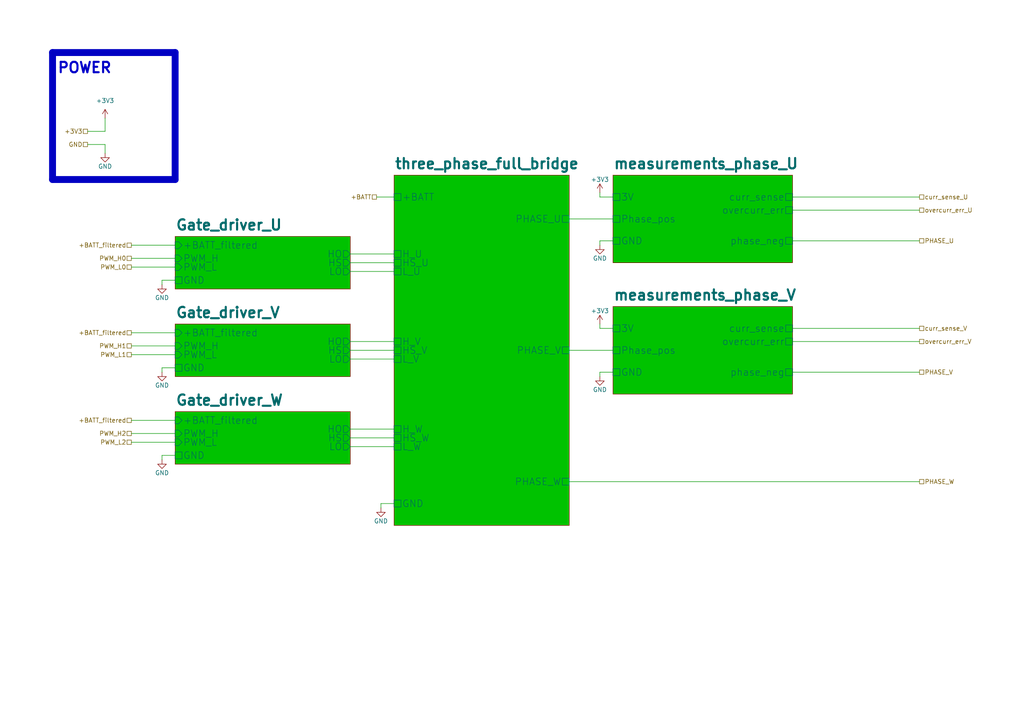
<source format=kicad_sch>
(kicad_sch (version 20211123) (generator eeschema)
  (paper "A4")
  (title_block (title "Powerstage") (date "2022-08-13") (rev "1"))
  (lib_symbols
    (symbol "power:+3V3" (power) (pin_names (offset 0))
      (property "Value" "+3V3" (at 0 3.556 0))
      (symbol "+3V3_0_1"
        (polyline (pts (xy -0.762 1.27) (xy 0 2.54)))
        (polyline (pts (xy 0 0) (xy 0 2.54)))
        (polyline (pts (xy 0 2.54) (xy 0.762 1.27)))
      )
      (symbol "+3V3_1_1"
        (pin power_in line (at 0 0 90) (length 0) hide (name "+3V3") (number "1"))
      )
    )
    (symbol "power:GND" (power) (pin_names (offset 0))
      (property "Value" "GND" (at 0 -3.81 0))
      (symbol "GND_0_1"
        (polyline (pts (xy 0 0) (xy 0 -1.27) (xy 1.27 -1.27) (xy 0 -2.54) (xy -1.27 -1.27) (xy 0 -1.27)))
      )
      (symbol "GND_1_1"
        (pin power_in line (at 0 0 270) (length 0) hide (name "GND") (number "1"))
      )
    )
  )
  (wire (pts (xy 30.48 44.45) (xy 30.48 41.91)))
  (wire (pts (xy 38.1 121.92) (xy 50.8 121.92)))
  (wire (pts (xy 101.6 73.66) (xy 114.3 73.66)))
  (wire (pts (xy 46.99 132.08) (xy 46.99 133.35)))
  (wire (pts (xy 173.99 95.25) (xy 177.8 95.25)))
  (wire (pts (xy 177.8 69.85) (xy 173.99 69.85)))
  (wire (pts (xy 110.49 146.05) (xy 110.49 147.32)))
  (wire (pts (xy 101.6 129.54) (xy 114.3 129.54)))
  (wire (pts (xy 173.99 55.88) (xy 173.99 57.15)))
  (wire (pts (xy 38.1 71.12) (xy 50.8 71.12)))
  (wire (pts (xy 38.1 74.93) (xy 50.8 74.93)))
  (wire (pts (xy 101.6 101.6) (xy 114.3 101.6)))
  (wire (pts (xy 177.8 107.95) (xy 173.99 107.95)))
  (wire (pts (xy 46.99 132.08) (xy 50.8 132.08)))
  (wire (pts (xy 101.6 127) (xy 114.3 127)))
  (polyline (pts (xy 15.24 15.24) (xy 15.24 52.07)) (stroke (width 2) (type solid)))
  (wire (pts (xy 173.99 107.95) (xy 173.99 109.22)))
  (wire (pts (xy 101.6 124.46) (xy 114.3 124.46)))
  (wire (pts (xy 229.87 57.15) (xy 266.7 57.15)))
  (wire (pts (xy 165.1 101.6) (xy 177.8 101.6)))
  (polyline (pts (xy 15.24 15.24) (xy 50.8 15.24)) (stroke (width 2) (type solid)))
  (wire (pts (xy 38.1 100.33) (xy 50.8 100.33)))
  (wire (pts (xy 101.6 104.14) (xy 114.3 104.14)))
  (wire (pts (xy 38.1 102.87) (xy 50.8 102.87)))
  (wire (pts (xy 30.48 38.1) (xy 30.48 34.29)))
  (wire (pts (xy 109.22 57.15) (xy 114.3 57.15)))
  (wire (pts (xy 46.99 106.68) (xy 46.99 107.95)))
  (wire (pts (xy 229.87 107.95) (xy 266.7 107.95)))
  (wire (pts (xy 229.87 95.25) (xy 266.7 95.25)))
  (wire (pts (xy 38.1 96.52) (xy 50.8 96.52)))
  (wire (pts (xy 38.1 77.47) (xy 50.8 77.47)))
  (polyline (pts (xy 15.24 52.07) (xy 50.8 52.07)) (stroke (width 2) (type solid)))
  (wire (pts (xy 173.99 93.98) (xy 173.99 95.25)))
  (polyline (pts (xy 50.8 52.07) (xy 50.8 15.24)) (stroke (width 2) (type solid)))
  (wire (pts (xy 173.99 57.15) (xy 177.8 57.15)))
  (wire (pts (xy 38.1 128.27) (xy 50.8 128.27)))
  (wire (pts (xy 30.48 41.91) (xy 25.4 41.91)))
  (wire (pts (xy 173.99 69.85) (xy 173.99 71.12)))
  (wire (pts (xy 114.3 146.05) (xy 110.49 146.05)))
  (wire (pts (xy 50.8 81.28) (xy 46.99 81.28)))
  (wire (pts (xy 101.6 76.2) (xy 114.3 76.2)))
  (wire (pts (xy 25.4 38.1) (xy 30.48 38.1)))
  (wire (pts (xy 229.87 60.96) (xy 266.7 60.96)))
  (wire (pts (xy 165.1 63.5) (xy 177.8 63.5)))
  (wire (pts (xy 229.87 99.06) (xy 266.7 99.06)))
  (wire (pts (xy 38.1 125.73) (xy 50.8 125.73)))
  (wire (pts (xy 46.99 106.68) (xy 50.8 106.68)))
  (wire (pts (xy 101.6 78.74) (xy 114.3 78.74)))
  (wire (pts (xy 165.1 139.7) (xy 266.7 139.7)))
  (wire (pts (xy 229.87 69.85) (xy 266.7 69.85)))
  (wire (pts (xy 46.99 81.28) (xy 46.99 82.55)))
  (wire (pts (xy 101.6 99.06) (xy 114.3 99.06)))
  (text "POWER" (at 16.51 21.59 0) (effects (font (size 3 3) bold) (justify left bottom)))
  (hierarchical_label "+3V3" (shape passive) (at 25.4 38.1 180))
  (hierarchical_label "PHASE_V" (shape passive) (at 266.7 107.95 0))
  (hierarchical_label "+BATT_filtered" (shape passive) (at 38.1 96.52 180))
  (hierarchical_label "PWM_H0" (shape passive) (at 38.1 74.93 180))
  (hierarchical_label "PWM_H2" (shape passive) (at 38.1 125.73 180))
  (hierarchical_label "PHASE_W" (shape passive) (at 266.7 139.7 0))
  (hierarchical_label "curr_sense_V" (shape passive) (at 266.7 95.25 0))
  (hierarchical_label "overcurr_err_V" (shape passive) (at 266.7 99.06 0))
  (hierarchical_label "PWM_L1" (shape passive) (at 38.1 102.87 180))
  (hierarchical_label "PWM_L0" (shape passive) (at 38.1 77.47 180))
  (hierarchical_label "PWM_L2" (shape passive) (at 38.1 128.27 180))
  (hierarchical_label "+BATT_filtered" (shape passive) (at 38.1 121.92 180))
  (hierarchical_label "curr_sense_U" (shape passive) (at 266.7 57.15 0))
  (hierarchical_label "+BATT_filtered" (shape passive) (at 38.1 71.12 180))
  (hierarchical_label "overcurr_err_U" (shape passive) (at 266.7 60.96 0))
  (hierarchical_label "GND" (shape passive) (at 25.4 41.91 180))
  (hierarchical_label "PHASE_U" (shape passive) (at 266.7 69.85 0))
  (hierarchical_label "+BATT" (shape passive) (at 109.22 57.15 180))
  (hierarchical_label "PWM_H1" (shape passive) (at 38.1 100.33 180))
  (symbol (lib_id "power:GND") (at 46.99 133.35 0) (unit 1)
    (property "Reference" "#PWR063" (effects hide))
    (property "Value" "GND" (at 46.99 137.16 0))
  )
  (symbol (lib_id "power:GND") (at 173.99 71.12 0) (unit 1)
    (property "Reference" "#PWR067" (effects hide))
    (property "Value" "GND" (at 173.99 74.93 0))
  )
  (symbol (lib_id "power:+3V3") (at 30.48 34.29 0) (unit 1)
    (property "Reference" "#PWR029" (effects hide))
    (property "Value" "+3V3" (at 30.48 29.21 0))
  )
  (symbol (lib_id "power:GND") (at 110.49 147.32 0) (unit 1)
    (property "Reference" "#PWR065" (effects hide))
    (property "Value" "GND" (at 110.49 151.13 0))
  )
  (symbol (lib_id "power:GND") (at 46.99 82.55 0) (unit 1)
    (property "Reference" "#PWR059" (effects hide))
    (property "Value" "GND" (at 46.99 86.36 0))
  )
  (symbol (lib_id "power:+3V3") (at 173.99 93.98 0) (unit 1)
    (property "Reference" "#PWR068" (effects hide))
    (property "Value" "+3V3" (at 173.99 90.17 0))
  )
  (symbol (lib_id "power:GND") (at 173.99 109.22 0) (unit 1)
    (property "Reference" "#PWR069" (effects hide))
    (property "Value" "GND" (at 173.99 113.03 0))
  )
  (symbol (lib_id "power:GND") (at 46.99 107.95 0) (unit 1)
    (property "Reference" "#PWR061" (effects hide))
    (property "Value" "GND" (at 46.99 111.76 0))
  )
  (symbol (lib_id "power:+3V3") (at 173.99 55.88 0) (unit 1)
    (property "Reference" "#PWR066" (effects hide))
    (property "Value" "+3V3" (at 173.99 52.07 0))
  )
  (symbol (lib_id "power:GND") (at 30.48 44.45 0) (unit 1)
    (property "Reference" "#PWR0102" (effects hide))
    (property "Value" "GND" (at 30.48 48.26 0))
  )
  (sheet (at 177.8 88.9) (size 52.07 25.4) (stroke (width 0.1524)) (fill (color 0 194 0 1.0000))
    (property "Sheet name" "measurements_phase_V" (at 177.8 87.3234 0) (effects (font (size 3 3) bold) (justify left bottom)))
    (property "Sheet file" "measurements_phase_V.kicad_sch" (effects hide))
    (pin "GND" passive (at 177.8 107.95 180) (effects (font (size 2 2))))
    (pin "3V" passive (at 177.8 95.25 180) (effects (font (size 2 2))))
    (pin "phase_neg" passive (at 229.87 107.95 0) (effects (font (size 2 2))))
    (pin "curr_sense" passive (at 229.87 95.25 0) (effects (font (size 2 2))))
    (pin "overcurr_err" passive (at 229.87 99.06 0) (effects (font (size 2 2))))
    (pin "Phase_pos" passive (at 177.8 101.6 180) (effects (font (size 2 2))))
  )
  (sheet (at 114.3 50.8) (size 50.8 101.6) (stroke (width 0.1524)) (fill (color 0 194 0 1.0000))
    (property "Sheet name" "three_phase_full_bridge" (at 114.3 49.2234 0) (effects (font (size 3 3) bold) (justify left bottom)))
    (property "Sheet file" "three_phase_full_bridge.kicad_sch" (effects hide))
    (pin "H_V" passive (at 114.3 99.06 180) (effects (font (size 2 2))))
    (pin "HS_V" passive (at 114.3 101.6 180) (effects (font (size 2 2))))
    (pin "L_V" passive (at 114.3 104.14 180) (effects (font (size 2 2))))
    (pin "PHASE_V" passive (at 165.1 101.6 0) (effects (font (size 2 2))))
    (pin "H_U" passive (at 114.3 73.66 180) (effects (font (size 2 2))))
    (pin "HS_U" passive (at 114.3 76.2 180) (effects (font (size 2 2))))
    (pin "+BATT" passive (at 114.3 57.15 180) (effects (font (size 2 2))))
    (pin "L_U" passive (at 114.3 78.74 180) (effects (font (size 2 2))))
    (pin "GND" passive (at 114.3 146.05 180) (effects (font (size 2 2))))
    (pin "PHASE_U" passive (at 165.1 63.5 0) (effects (font (size 2 2))))
    (pin "L_W" passive (at 114.3 129.54 180) (effects (font (size 2 2))))
    (pin "PHASE_W" passive (at 165.1 139.7 0) (effects (font (size 2 2))))
    (pin "HS_W" passive (at 114.3 127 180) (effects (font (size 2 2))))
    (pin "H_W" passive (at 114.3 124.46 180) (effects (font (size 2 2))))
  )
  (sheet (at 50.8 93.98) (size 50.8 15.24) (stroke (width 0.1524)) (fill (color 0 194 0 1.0000))
    (property "Sheet name" "Gate_driver_V" (at 50.8 92.4034 0) (effects (font (size 3 3) bold) (justify left bottom)))
    (property "Sheet file" "Gate_driver.kicad_sch" (effects hide))
    (pin "HS" output (at 101.6 101.6 0) (effects (font (size 2 2))))
    (pin "HO" output (at 101.6 99.06 0) (effects (font (size 2 2))))
    (pin "LO" output (at 101.6 104.14 0) (effects (font (size 2 2))))
    (pin "+BATT_filtered" input (at 50.8 96.52 180) (effects (font (size 2 2))))
    (pin "PWM_H" input (at 50.8 100.33 180) (effects (font (size 2 2))))
    (pin "PWM_L" input (at 50.8 102.87 180) (effects (font (size 2 2))))
    (pin "GND" passive (at 50.8 106.68 180) (effects (font (size 2 2))))
  )
  (sheet (at 50.8 68.58) (size 50.8 15.24) (stroke (width 0.1524)) (fill (color 0 194 0 1.0000))
    (property "Sheet name" "Gate_driver_U" (at 50.8 67.0034 0) (effects (font (size 3 3) bold) (justify left bottom)))
    (property "Sheet file" "Gate_driver.kicad_sch" (effects hide))
    (pin "HS" output (at 101.6 76.2 0) (effects (font (size 2 2))))
    (pin "HO" output (at 101.6 73.66 0) (effects (font (size 2 2))))
    (pin "LO" output (at 101.6 78.74 0) (effects (font (size 2 2))))
    (pin "+BATT_filtered" input (at 50.8 71.12 180) (effects (font (size 2 2))))
    (pin "PWM_H" input (at 50.8 74.93 180) (effects (font (size 2 2))))
    (pin "PWM_L" input (at 50.8 77.47 180) (effects (font (size 2 2))))
    (pin "GND" passive (at 50.8 81.28 180) (effects (font (size 2 2))))
  )
  (sheet (at 50.8 119.38) (size 50.8 15.24) (stroke (width 0.1524)) (fill (color 0 194 0 1.0000))
    (property "Sheet name" "Gate_driver_W" (at 50.8 117.8034 0) (effects (font (size 3 3) bold) (justify left bottom)))
    (property "Sheet file" "Gate_driver.kicad_sch" (effects hide))
    (pin "HS" output (at 101.6 127 0) (effects (font (size 2 2))))
    (pin "HO" output (at 101.6 124.46 0) (effects (font (size 2 2))))
    (pin "LO" output (at 101.6 129.54 0) (effects (font (size 2 2))))
    (pin "+BATT_filtered" input (at 50.8 121.92 180) (effects (font (size 2 2))))
    (pin "PWM_H" input (at 50.8 125.73 180) (effects (font (size 2 2))))
    (pin "PWM_L" input (at 50.8 128.27 180) (effects (font (size 2 2))))
    (pin "GND" passive (at 50.8 132.08 180) (effects (font (size 2 2))))
  )
  (sheet (at 177.8 50.8) (size 52.07 25.4) (stroke (width 0.1524)) (fill (color 0 194 0 1.0000))
    (property "Sheet name" "measurements_phase_U" (at 177.8 49.2234 0) (effects (font (size 3 3) bold) (justify left bottom)))
    (property "Sheet file" "measurements_phase_U.kicad_sch" (effects hide))
    (pin "GND" passive (at 177.8 69.85 180) (effects (font (size 2 2))))
    (pin "3V" passive (at 177.8 57.15 180) (effects (font (size 2 2))))
    (pin "phase_neg" passive (at 229.87 69.85 0) (effects (font (size 2 2))))
    (pin "curr_sense" passive (at 229.87 57.15 0) (effects (font (size 2 2))))
    (pin "overcurr_err" passive (at 229.87 60.96 0) (effects (font (size 2 2))))
    (pin "Phase_pos" passive (at 177.8 63.5 180) (effects (font (size 2 2))))
  )
)
</source>
